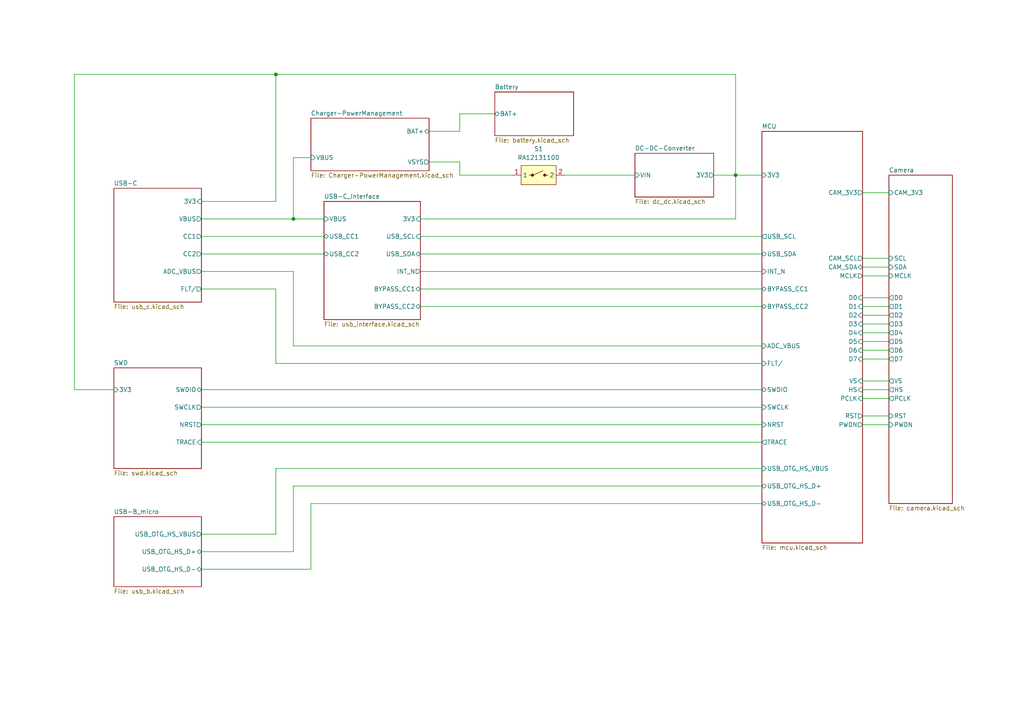
<source format=kicad_sch>
(kicad_sch
	(version 20231120)
	(generator "eeschema")
	(generator_version "8.0")
	(uuid "e8e834c4-1afb-42f7-b718-3cb720dae1d5")
	(paper "A4")
	(lib_symbols
		(symbol "schematic_symbols:RA12131100"
			(exclude_from_sim no)
			(in_bom yes)
			(on_board yes)
			(property "Reference" "S"
				(at 0 4.318 0)
				(effects
					(font
						(size 1.27 1.27)
					)
				)
			)
			(property "Value" "RA12131100"
				(at 0 -4.572 0)
				(effects
					(font
						(size 1.27 1.27)
					)
				)
			)
			(property "Footprint" "footprints:RA12131100"
				(at 0 0 0)
				(effects
					(font
						(size 1.27 1.27)
					)
					(hide yes)
				)
			)
			(property "Datasheet" ""
				(at 0 0 0)
				(effects
					(font
						(size 1.27 1.27)
					)
					(hide yes)
				)
			)
			(property "Description" "OFF-ON switch (10A, 125VAC)"
				(at 0 -7.366 0)
				(effects
					(font
						(size 1.27 1.27)
					)
					(hide yes)
				)
			)
			(symbol "RA12131100_0_0"
				(pin passive line
					(at -7.62 0 0)
					(length 2.54)
					(name "1"
						(effects
							(font
								(size 1.27 1.27)
							)
						)
					)
					(number "1"
						(effects
							(font
								(size 1.27 1.27)
							)
						)
					)
				)
				(pin passive line
					(at 7.62 0 180)
					(length 2.54)
					(name "2"
						(effects
							(font
								(size 1.27 1.27)
							)
						)
					)
					(number "2"
						(effects
							(font
								(size 1.27 1.27)
							)
						)
					)
				)
			)
			(symbol "RA12131100_1_1"
				(rectangle
					(start -5.08 2.794)
					(end 5.08 -2.794)
					(stroke
						(width 0)
						(type default)
					)
					(fill
						(type background)
					)
				)
				(circle
					(center -1.778 0)
					(radius 0.3592)
					(stroke
						(width 0)
						(type default)
					)
					(fill
						(type outline)
					)
				)
				(polyline
					(pts
						(xy -2.032 0) (xy -2.794 0)
					)
					(stroke
						(width 0)
						(type default)
					)
					(fill
						(type none)
					)
				)
				(polyline
					(pts
						(xy -1.524 0) (xy 1.27 1.27)
					)
					(stroke
						(width 0)
						(type default)
					)
					(fill
						(type none)
					)
				)
				(polyline
					(pts
						(xy 2.032 0) (xy 2.794 0)
					)
					(stroke
						(width 0)
						(type default)
					)
					(fill
						(type none)
					)
				)
				(circle
					(center 1.778 0)
					(radius 0.3592)
					(stroke
						(width 0)
						(type default)
					)
					(fill
						(type outline)
					)
				)
			)
		)
	)
	(junction
		(at 80.01 21.59)
		(diameter 0)
		(color 0 0 0 0)
		(uuid "0ddad891-1a53-49dc-b7f2-593c11954912")
	)
	(junction
		(at 85.09 63.5)
		(diameter 0)
		(color 0 0 0 0)
		(uuid "44920f5f-6e4b-42f8-8d30-40648c68548f")
	)
	(junction
		(at 213.36 50.8)
		(diameter 0)
		(color 0 0 0 0)
		(uuid "900c0c95-94bf-44e0-a69e-da77a2180ebe")
	)
	(wire
		(pts
			(xy 250.19 86.36) (xy 257.81 86.36)
		)
		(stroke
			(width 0)
			(type default)
		)
		(uuid "03beddaa-9bbb-4d78-9e2c-f3b6501326c7")
	)
	(wire
		(pts
			(xy 163.83 50.8) (xy 184.15 50.8)
		)
		(stroke
			(width 0)
			(type default)
		)
		(uuid "0bf5eaff-6f70-4132-aa3e-2a0b2ba149de")
	)
	(wire
		(pts
			(xy 213.36 21.59) (xy 213.36 50.8)
		)
		(stroke
			(width 0)
			(type default)
		)
		(uuid "0fbc311f-3a0b-4fbc-bd5a-226c6fc571d1")
	)
	(wire
		(pts
			(xy 250.19 93.98) (xy 257.81 93.98)
		)
		(stroke
			(width 0)
			(type default)
		)
		(uuid "10fdf9db-3b46-48b8-bd4f-cc079f19374d")
	)
	(wire
		(pts
			(xy 121.92 73.66) (xy 220.98 73.66)
		)
		(stroke
			(width 0)
			(type default)
		)
		(uuid "16789730-6e19-4938-8887-1b115fd727d4")
	)
	(wire
		(pts
			(xy 58.42 128.27) (xy 220.98 128.27)
		)
		(stroke
			(width 0)
			(type default)
		)
		(uuid "18cb2298-6e1c-4249-8d22-8807772b1635")
	)
	(wire
		(pts
			(xy 85.09 100.33) (xy 85.09 78.74)
		)
		(stroke
			(width 0)
			(type default)
		)
		(uuid "1db51d0e-141d-49a7-82b5-64b357e2df48")
	)
	(wire
		(pts
			(xy 58.42 63.5) (xy 85.09 63.5)
		)
		(stroke
			(width 0)
			(type default)
		)
		(uuid "1e0285ba-9c35-42fc-96a3-ccabc6e5a0eb")
	)
	(wire
		(pts
			(xy 121.92 63.5) (xy 213.36 63.5)
		)
		(stroke
			(width 0)
			(type default)
		)
		(uuid "309f823a-b5d6-4241-862b-c9567ebf8655")
	)
	(wire
		(pts
			(xy 85.09 63.5) (xy 93.98 63.5)
		)
		(stroke
			(width 0)
			(type default)
		)
		(uuid "30a735f1-d3b1-487c-bc0d-5a83d24d6810")
	)
	(wire
		(pts
			(xy 80.01 105.41) (xy 80.01 83.82)
		)
		(stroke
			(width 0)
			(type default)
		)
		(uuid "32e322a9-8936-43f5-8422-7b9f652865e5")
	)
	(wire
		(pts
			(xy 58.42 73.66) (xy 93.98 73.66)
		)
		(stroke
			(width 0)
			(type default)
		)
		(uuid "33da7b84-4d82-466d-aca1-44c8627537b9")
	)
	(wire
		(pts
			(xy 80.01 154.94) (xy 80.01 135.89)
		)
		(stroke
			(width 0)
			(type default)
		)
		(uuid "33ff301d-73d8-4bfb-9757-17bfece0d6c7")
	)
	(wire
		(pts
			(xy 80.01 135.89) (xy 220.98 135.89)
		)
		(stroke
			(width 0)
			(type default)
		)
		(uuid "36d81fb0-e369-494f-97d8-81f5afbd9def")
	)
	(wire
		(pts
			(xy 250.19 104.14) (xy 257.81 104.14)
		)
		(stroke
			(width 0)
			(type default)
		)
		(uuid "3883ec90-2e3c-40e2-af98-eb5698e63841")
	)
	(wire
		(pts
			(xy 21.59 113.03) (xy 33.02 113.03)
		)
		(stroke
			(width 0)
			(type default)
		)
		(uuid "395b2a83-a9fd-4e29-bc39-ff7fb72c4221")
	)
	(wire
		(pts
			(xy 250.19 120.65) (xy 257.81 120.65)
		)
		(stroke
			(width 0)
			(type default)
		)
		(uuid "3d8c91e6-c2aa-49ce-aa99-7b4e9377ebd9")
	)
	(wire
		(pts
			(xy 250.19 74.93) (xy 257.81 74.93)
		)
		(stroke
			(width 0)
			(type default)
		)
		(uuid "40a39791-a090-4dff-95be-a45ce085ad0a")
	)
	(wire
		(pts
			(xy 250.19 96.52) (xy 257.81 96.52)
		)
		(stroke
			(width 0)
			(type default)
		)
		(uuid "4f99e2a4-8b28-4e9a-83a7-fcfadc0af15d")
	)
	(wire
		(pts
			(xy 58.42 165.1) (xy 90.17 165.1)
		)
		(stroke
			(width 0)
			(type default)
		)
		(uuid "4fb163d1-a21c-457a-b32e-e78d4d8a6753")
	)
	(wire
		(pts
			(xy 133.35 50.8) (xy 148.59 50.8)
		)
		(stroke
			(width 0)
			(type default)
		)
		(uuid "5870ce98-f841-4d1e-90fc-b4a68e16c604")
	)
	(wire
		(pts
			(xy 250.19 55.88) (xy 257.81 55.88)
		)
		(stroke
			(width 0)
			(type default)
		)
		(uuid "6262df51-691e-4021-8f71-1626a63a0ef2")
	)
	(wire
		(pts
			(xy 21.59 21.59) (xy 21.59 113.03)
		)
		(stroke
			(width 0)
			(type default)
		)
		(uuid "62c28330-e613-4d00-8ad6-39850ac0c88b")
	)
	(wire
		(pts
			(xy 250.19 123.19) (xy 257.81 123.19)
		)
		(stroke
			(width 0)
			(type default)
		)
		(uuid "6598b722-1548-423a-902d-2df2a4115d15")
	)
	(wire
		(pts
			(xy 250.19 115.57) (xy 257.81 115.57)
		)
		(stroke
			(width 0)
			(type default)
		)
		(uuid "67297c8b-c6e8-409c-b63a-01ac4cef4736")
	)
	(wire
		(pts
			(xy 85.09 160.02) (xy 85.09 140.97)
		)
		(stroke
			(width 0)
			(type default)
		)
		(uuid "7000ea57-a6f6-4041-a7a0-6512f92fede0")
	)
	(wire
		(pts
			(xy 58.42 154.94) (xy 80.01 154.94)
		)
		(stroke
			(width 0)
			(type default)
		)
		(uuid "79dbf63f-5f32-4ea0-92c7-e0331e368609")
	)
	(wire
		(pts
			(xy 80.01 21.59) (xy 80.01 58.42)
		)
		(stroke
			(width 0)
			(type default)
		)
		(uuid "7c622650-915d-4427-80f0-100ec603fe23")
	)
	(wire
		(pts
			(xy 250.19 88.9) (xy 257.81 88.9)
		)
		(stroke
			(width 0)
			(type default)
		)
		(uuid "81029ec4-6dfa-49c0-9d82-0ab33f6515a6")
	)
	(wire
		(pts
			(xy 85.09 140.97) (xy 220.98 140.97)
		)
		(stroke
			(width 0)
			(type default)
		)
		(uuid "91218cbc-8b10-43af-8c2b-5a5266413635")
	)
	(wire
		(pts
			(xy 124.46 46.99) (xy 133.35 46.99)
		)
		(stroke
			(width 0)
			(type default)
		)
		(uuid "925ba4c9-0a3e-4c82-86c0-7ef18c13b850")
	)
	(wire
		(pts
			(xy 133.35 46.99) (xy 133.35 50.8)
		)
		(stroke
			(width 0)
			(type default)
		)
		(uuid "955f7b88-ca43-45b2-bdf0-24e3b0bd218a")
	)
	(wire
		(pts
			(xy 90.17 146.05) (xy 220.98 146.05)
		)
		(stroke
			(width 0)
			(type default)
		)
		(uuid "956d5008-fdde-4679-b85c-cd100c05caa5")
	)
	(wire
		(pts
			(xy 58.42 118.11) (xy 220.98 118.11)
		)
		(stroke
			(width 0)
			(type default)
		)
		(uuid "9d6ee927-f680-448b-b2cf-b8c2cde9fb50")
	)
	(wire
		(pts
			(xy 213.36 50.8) (xy 213.36 63.5)
		)
		(stroke
			(width 0)
			(type default)
		)
		(uuid "9f50e6f5-1a82-4a7b-9a2d-7aa430c62bad")
	)
	(wire
		(pts
			(xy 121.92 88.9) (xy 220.98 88.9)
		)
		(stroke
			(width 0)
			(type default)
		)
		(uuid "a74626a3-8614-4010-8606-06692eaaaefc")
	)
	(wire
		(pts
			(xy 121.92 83.82) (xy 220.98 83.82)
		)
		(stroke
			(width 0)
			(type default)
		)
		(uuid "a89ce5e1-d31a-4427-abd2-0b2f9824627a")
	)
	(wire
		(pts
			(xy 21.59 21.59) (xy 80.01 21.59)
		)
		(stroke
			(width 0)
			(type default)
		)
		(uuid "a9a1bc30-aa19-426d-b144-45ae66b3f1eb")
	)
	(wire
		(pts
			(xy 85.09 45.72) (xy 85.09 63.5)
		)
		(stroke
			(width 0)
			(type default)
		)
		(uuid "aafe59b3-534b-4a92-a354-140086a83f6b")
	)
	(wire
		(pts
			(xy 58.42 160.02) (xy 85.09 160.02)
		)
		(stroke
			(width 0)
			(type default)
		)
		(uuid "ab02cf3c-a279-4ddb-a5fd-a94a98b116da")
	)
	(wire
		(pts
			(xy 90.17 165.1) (xy 90.17 146.05)
		)
		(stroke
			(width 0)
			(type default)
		)
		(uuid "ac94aba2-277d-49eb-ae8d-535b0b1bee0f")
	)
	(wire
		(pts
			(xy 250.19 101.6) (xy 257.81 101.6)
		)
		(stroke
			(width 0)
			(type default)
		)
		(uuid "ad656e50-e47a-40ea-8940-9660cad07835")
	)
	(wire
		(pts
			(xy 133.35 33.02) (xy 143.51 33.02)
		)
		(stroke
			(width 0)
			(type default)
		)
		(uuid "ae062842-4ba2-410b-b671-00bda09ddbe9")
	)
	(wire
		(pts
			(xy 58.42 58.42) (xy 80.01 58.42)
		)
		(stroke
			(width 0)
			(type default)
		)
		(uuid "b6bf7155-27f4-4171-80a1-a4b0a99e6f59")
	)
	(wire
		(pts
			(xy 220.98 105.41) (xy 80.01 105.41)
		)
		(stroke
			(width 0)
			(type default)
		)
		(uuid "b987ce5a-e492-41c2-bb83-4e50ad0a401a")
	)
	(wire
		(pts
			(xy 213.36 50.8) (xy 220.98 50.8)
		)
		(stroke
			(width 0)
			(type default)
		)
		(uuid "ba0dc8a2-1cb8-43d4-8c5d-411442696b2a")
	)
	(wire
		(pts
			(xy 250.19 110.49) (xy 257.81 110.49)
		)
		(stroke
			(width 0)
			(type default)
		)
		(uuid "c754d158-3fb7-4385-94f2-48e1b94493fc")
	)
	(wire
		(pts
			(xy 207.01 50.8) (xy 213.36 50.8)
		)
		(stroke
			(width 0)
			(type default)
		)
		(uuid "ca1be24d-6eb2-48fc-8801-7ee79515be21")
	)
	(wire
		(pts
			(xy 250.19 99.06) (xy 257.81 99.06)
		)
		(stroke
			(width 0)
			(type default)
		)
		(uuid "cba19414-621e-4c93-ad56-89db9762e342")
	)
	(wire
		(pts
			(xy 124.46 38.1) (xy 133.35 38.1)
		)
		(stroke
			(width 0)
			(type default)
		)
		(uuid "cc06ebf9-7272-420c-89df-773acbff1586")
	)
	(wire
		(pts
			(xy 58.42 123.19) (xy 220.98 123.19)
		)
		(stroke
			(width 0)
			(type default)
		)
		(uuid "cd4ecba8-3e70-42f6-92a3-a4e90315bd9d")
	)
	(wire
		(pts
			(xy 80.01 83.82) (xy 58.42 83.82)
		)
		(stroke
			(width 0)
			(type default)
		)
		(uuid "d1677f0e-99cb-4eca-b728-5395efd2294c")
	)
	(wire
		(pts
			(xy 250.19 91.44) (xy 257.81 91.44)
		)
		(stroke
			(width 0)
			(type default)
		)
		(uuid "d2a4e536-e9f7-4e8d-9121-de61db40a320")
	)
	(wire
		(pts
			(xy 250.19 77.47) (xy 257.81 77.47)
		)
		(stroke
			(width 0)
			(type default)
		)
		(uuid "d5edbb84-c22d-4c77-a52b-d0337b5465d4")
	)
	(wire
		(pts
			(xy 220.98 100.33) (xy 85.09 100.33)
		)
		(stroke
			(width 0)
			(type default)
		)
		(uuid "d9ff4bf0-2e75-4094-9e68-a3acf6cc0bed")
	)
	(wire
		(pts
			(xy 121.92 68.58) (xy 220.98 68.58)
		)
		(stroke
			(width 0)
			(type default)
		)
		(uuid "dc0d8ae6-cc23-4792-a5db-bcef1f1142a4")
	)
	(wire
		(pts
			(xy 121.92 78.74) (xy 220.98 78.74)
		)
		(stroke
			(width 0)
			(type default)
		)
		(uuid "de264658-37af-470a-bf24-c1d15b0cd509")
	)
	(wire
		(pts
			(xy 80.01 21.59) (xy 213.36 21.59)
		)
		(stroke
			(width 0)
			(type default)
		)
		(uuid "df0e80b1-b43e-48be-8d9c-893d6f8274a1")
	)
	(wire
		(pts
			(xy 250.19 113.03) (xy 257.81 113.03)
		)
		(stroke
			(width 0)
			(type default)
		)
		(uuid "df2a0f00-c499-4d16-a050-b7f9d9505d40")
	)
	(wire
		(pts
			(xy 133.35 38.1) (xy 133.35 33.02)
		)
		(stroke
			(width 0)
			(type default)
		)
		(uuid "e16c967d-df47-4c63-8e58-ca42bdab1dfa")
	)
	(wire
		(pts
			(xy 250.19 80.01) (xy 257.81 80.01)
		)
		(stroke
			(width 0)
			(type default)
		)
		(uuid "e7667fd2-a200-4ba9-9c7d-880cc171d122")
	)
	(wire
		(pts
			(xy 85.09 78.74) (xy 58.42 78.74)
		)
		(stroke
			(width 0)
			(type default)
		)
		(uuid "ec841ba5-b459-495c-afe1-6f3ece5bc4bf")
	)
	(wire
		(pts
			(xy 85.09 45.72) (xy 90.17 45.72)
		)
		(stroke
			(width 0)
			(type default)
		)
		(uuid "f5f019ba-3b08-4f0d-bb65-c4d45ad559a6")
	)
	(wire
		(pts
			(xy 58.42 113.03) (xy 220.98 113.03)
		)
		(stroke
			(width 0)
			(type default)
		)
		(uuid "f6ff25d8-b4b5-4060-b677-ec9dbb2d85cd")
	)
	(wire
		(pts
			(xy 58.42 68.58) (xy 93.98 68.58)
		)
		(stroke
			(width 0)
			(type default)
		)
		(uuid "fa4f6ea7-86b2-42ed-9f77-aac32ab000e5")
	)
	(symbol
		(lib_id "schematic_symbols:RA12131100")
		(at 156.21 50.8 0)
		(unit 1)
		(exclude_from_sim no)
		(in_bom yes)
		(on_board yes)
		(dnp no)
		(fields_autoplaced yes)
		(uuid "afc9cf04-34cb-4a60-bde9-a07788bd4719")
		(property "Reference" "S1"
			(at 156.21 43.18 0)
			(effects
				(font
					(size 1.27 1.27)
				)
			)
		)
		(property "Value" "RA12131100"
			(at 156.21 45.72 0)
			(effects
				(font
					(size 1.27 1.27)
				)
			)
		)
		(property "Footprint" "footprints:RA12131100"
			(at 156.21 50.8 0)
			(effects
				(font
					(size 1.27 1.27)
				)
				(hide yes)
			)
		)
		(property "Datasheet" ""
			(at 156.21 50.8 0)
			(effects
				(font
					(size 1.27 1.27)
				)
				(hide yes)
			)
		)
		(property "Description" "OFF-ON switch (10A, 125VAC)"
			(at 156.21 58.166 0)
			(effects
				(font
					(size 1.27 1.27)
				)
				(hide yes)
			)
		)
		(pin "1"
			(uuid "8787f93e-6d00-4f65-b7ab-f05a0158f866")
		)
		(pin "2"
			(uuid "b25d87d2-f873-44e3-ac8c-0f13d74f3701")
		)
		(instances
			(project ""
				(path "/e8e834c4-1afb-42f7-b718-3cb720dae1d5"
					(reference "S1")
					(unit 1)
				)
			)
		)
	)
	(sheet
		(at 33.02 54.61)
		(size 25.4 33.02)
		(fields_autoplaced yes)
		(stroke
			(width 0.1524)
			(type solid)
		)
		(fill
			(color 0 0 0 0.0000)
		)
		(uuid "540adf6e-5b6f-4df1-af18-d763618ddc56")
		(property "Sheetname" "USB-C"
			(at 33.02 53.8984 0)
			(effects
				(font
					(size 1.27 1.27)
				)
				(justify left bottom)
			)
		)
		(property "Sheetfile" "usb_c.kicad_sch"
			(at 33.02 88.2146 0)
			(effects
				(font
					(size 1.27 1.27)
				)
				(justify left top)
			)
		)
		(pin "FLT{slash}" output
			(at 58.42 83.82 0)
			(effects
				(font
					(size 1.27 1.27)
				)
				(justify right)
			)
			(uuid "f7afbd24-c0e1-408e-8aa1-473564507d24")
		)
		(pin "3V3" input
			(at 58.42 58.42 0)
			(effects
				(font
					(size 1.27 1.27)
				)
				(justify right)
			)
			(uuid "0148b5f6-3d21-4325-b293-46d9cea8bfda")
		)
		(pin "CC2" output
			(at 58.42 73.66 0)
			(effects
				(font
					(size 1.27 1.27)
				)
				(justify right)
			)
			(uuid "6b7eab82-9691-459c-96cc-79e8a8835a28")
		)
		(pin "CC1" output
			(at 58.42 68.58 0)
			(effects
				(font
					(size 1.27 1.27)
				)
				(justify right)
			)
			(uuid "abdd185e-d539-4cda-84e5-3a36985cbf93")
		)
		(pin "ADC_VBUS" output
			(at 58.42 78.74 0)
			(effects
				(font
					(size 1.27 1.27)
				)
				(justify right)
			)
			(uuid "840d8409-510d-4de9-91bd-ee274110220e")
		)
		(pin "VBUS" output
			(at 58.42 63.5 0)
			(effects
				(font
					(size 1.27 1.27)
				)
				(justify right)
			)
			(uuid "e3207a6c-b2eb-47a8-b144-b26653edcf58")
		)
		(instances
			(project "obvod"
				(path "/e8e834c4-1afb-42f7-b718-3cb720dae1d5"
					(page "9")
				)
			)
		)
	)
	(sheet
		(at 220.98 38.1)
		(size 29.21 119.38)
		(fields_autoplaced yes)
		(stroke
			(width 0.1524)
			(type solid)
		)
		(fill
			(color 0 0 0 0.0000)
		)
		(uuid "67c85143-d51e-4a89-ab5a-3edcba0d09a9")
		(property "Sheetname" "MCU"
			(at 220.98 37.3884 0)
			(effects
				(font
					(size 1.27 1.27)
				)
				(justify left bottom)
			)
		)
		(property "Sheetfile" "mcu.kicad_sch"
			(at 220.98 158.0646 0)
			(effects
				(font
					(size 1.27 1.27)
				)
				(justify left top)
			)
		)
		(pin "3V3" input
			(at 220.98 50.8 180)
			(effects
				(font
					(size 1.27 1.27)
				)
				(justify left)
			)
			(uuid "35fb7fe8-793a-4bb8-9d1f-7e3ce3c1167b")
		)
		(pin "NRST" input
			(at 220.98 123.19 180)
			(effects
				(font
					(size 1.27 1.27)
				)
				(justify left)
			)
			(uuid "594df765-4fc2-4bd1-8c72-4e2f31fc747e")
		)
		(pin "SWCLK" input
			(at 220.98 118.11 180)
			(effects
				(font
					(size 1.27 1.27)
				)
				(justify left)
			)
			(uuid "ebd3a8bc-7e03-473f-b247-4794efa77516")
		)
		(pin "SWDIO" bidirectional
			(at 220.98 113.03 180)
			(effects
				(font
					(size 1.27 1.27)
				)
				(justify left)
			)
			(uuid "6f3e8de5-af59-42d4-ae55-8685c2bf67c0")
		)
		(pin "TRACE" output
			(at 220.98 128.27 180)
			(effects
				(font
					(size 1.27 1.27)
				)
				(justify left)
			)
			(uuid "3a1bf74d-3f48-4203-a53d-1f42642fee35")
		)
		(pin "CAM_3V3" output
			(at 250.19 55.88 0)
			(effects
				(font
					(size 1.27 1.27)
				)
				(justify right)
			)
			(uuid "4c3261ba-4e79-495b-8b7c-c12520d9472d")
		)
		(pin "ADC_VBUS" input
			(at 220.98 100.33 180)
			(effects
				(font
					(size 1.27 1.27)
				)
				(justify left)
			)
			(uuid "1fd216f0-4529-46e4-b18b-df545f410c18")
		)
		(pin "FLT{slash}" input
			(at 220.98 105.41 180)
			(effects
				(font
					(size 1.27 1.27)
				)
				(justify left)
			)
			(uuid "32b98f7b-8cf9-403d-9d86-a0cc7c784bf0")
		)
		(pin "PCLK" input
			(at 250.19 115.57 0)
			(effects
				(font
					(size 1.27 1.27)
				)
				(justify right)
			)
			(uuid "06005126-e437-43de-b4d1-03752f37371f")
		)
		(pin "HS" input
			(at 250.19 113.03 0)
			(effects
				(font
					(size 1.27 1.27)
				)
				(justify right)
			)
			(uuid "f8f319e5-fbc2-4f03-97dc-8d3a16b898bb")
		)
		(pin "MCLK" output
			(at 250.19 80.01 0)
			(effects
				(font
					(size 1.27 1.27)
				)
				(justify right)
			)
			(uuid "f8cd22cb-277e-485e-9182-5ec65ef232a2")
		)
		(pin "D1" input
			(at 250.19 88.9 0)
			(effects
				(font
					(size 1.27 1.27)
				)
				(justify right)
			)
			(uuid "1ba9aea4-6a62-4f05-ab33-b784fd711790")
		)
		(pin "D7" input
			(at 250.19 104.14 0)
			(effects
				(font
					(size 1.27 1.27)
				)
				(justify right)
			)
			(uuid "69f74cbd-e06a-43da-b33c-6b54a62fb871")
		)
		(pin "D4" input
			(at 250.19 96.52 0)
			(effects
				(font
					(size 1.27 1.27)
				)
				(justify right)
			)
			(uuid "83bae7fd-ba23-4899-b45b-56ce9b04dfb8")
		)
		(pin "D6" input
			(at 250.19 101.6 0)
			(effects
				(font
					(size 1.27 1.27)
				)
				(justify right)
			)
			(uuid "d1815e6e-72db-4068-a3fe-54e9cdd01c0a")
		)
		(pin "D3" input
			(at 250.19 93.98 0)
			(effects
				(font
					(size 1.27 1.27)
				)
				(justify right)
			)
			(uuid "9a4fc4f0-155c-4644-91e8-f05791973eac")
		)
		(pin "D2" input
			(at 250.19 91.44 0)
			(effects
				(font
					(size 1.27 1.27)
				)
				(justify right)
			)
			(uuid "1532b7a8-cd73-4c8b-97e7-f12725fc3700")
		)
		(pin "D5" input
			(at 250.19 99.06 0)
			(effects
				(font
					(size 1.27 1.27)
				)
				(justify right)
			)
			(uuid "fa4071f9-68ca-436b-bce6-0fcda4614ca5")
		)
		(pin "PWDN" output
			(at 250.19 123.19 0)
			(effects
				(font
					(size 1.27 1.27)
				)
				(justify right)
			)
			(uuid "734d1851-9684-4f9b-bf71-be74ea7ccb22")
		)
		(pin "RST" output
			(at 250.19 120.65 0)
			(effects
				(font
					(size 1.27 1.27)
				)
				(justify right)
			)
			(uuid "713436ba-d1bb-40b0-bc8f-a3ae6a39ab8a")
		)
		(pin "D0" input
			(at 250.19 86.36 0)
			(effects
				(font
					(size 1.27 1.27)
				)
				(justify right)
			)
			(uuid "7a2ae8a6-a8f8-4038-92d7-52d8232d231e")
		)
		(pin "VS" input
			(at 250.19 110.49 0)
			(effects
				(font
					(size 1.27 1.27)
				)
				(justify right)
			)
			(uuid "a5b197d4-0588-4c46-86e6-5364936ede27")
		)
		(pin "USB_SCL" output
			(at 220.98 68.58 180)
			(effects
				(font
					(size 1.27 1.27)
				)
				(justify left)
			)
			(uuid "f88b7b50-d426-4d78-af85-9b0adeac51e3")
		)
		(pin "USB_SDA" bidirectional
			(at 220.98 73.66 180)
			(effects
				(font
					(size 1.27 1.27)
				)
				(justify left)
			)
			(uuid "f26e111e-5382-4c78-81c5-06919a8b4951")
		)
		(pin "CAM_SDA" bidirectional
			(at 250.19 77.47 0)
			(effects
				(font
					(size 1.27 1.27)
				)
				(justify right)
			)
			(uuid "11a28c34-c8a5-4625-89cb-773823b6d7b2")
		)
		(pin "CAM_SCL" output
			(at 250.19 74.93 0)
			(effects
				(font
					(size 1.27 1.27)
				)
				(justify right)
			)
			(uuid "a5c4b472-7574-4e6d-a219-a6ee7cd9fa95")
		)
		(pin "INT_N" input
			(at 220.98 78.74 180)
			(effects
				(font
					(size 1.27 1.27)
				)
				(justify left)
			)
			(uuid "709ff807-0113-46c5-95d0-ca84c8ab747f")
		)
		(pin "BYPASS_CC2" bidirectional
			(at 220.98 88.9 180)
			(effects
				(font
					(size 1.27 1.27)
				)
				(justify left)
			)
			(uuid "d0cf74df-dfec-4ef9-84de-b2929f30ff87")
		)
		(pin "BYPASS_CC1" bidirectional
			(at 220.98 83.82 180)
			(effects
				(font
					(size 1.27 1.27)
				)
				(justify left)
			)
			(uuid "61caebd8-7089-495f-a850-4ba9d83c9d39")
		)
		(pin "USB_OTG_HS_VBUS" input
			(at 220.98 135.89 180)
			(effects
				(font
					(size 1.27 1.27)
				)
				(justify left)
			)
			(uuid "d069ff94-6f6b-4956-94dc-1a3b459543b0")
		)
		(pin "USB_OTG_HS_D-" bidirectional
			(at 220.98 146.05 180)
			(effects
				(font
					(size 1.27 1.27)
				)
				(justify left)
			)
			(uuid "6862d9c5-c4f0-4e57-9df0-4ab6852dedb2")
		)
		(pin "USB_OTG_HS_D+" bidirectional
			(at 220.98 140.97 180)
			(effects
				(font
					(size 1.27 1.27)
				)
				(justify left)
			)
			(uuid "b90ab7bd-6cd6-4a76-bccd-ab097d8af8fd")
		)
		(instances
			(project "obvod"
				(path "/e8e834c4-1afb-42f7-b718-3cb720dae1d5"
					(page "6")
				)
			)
		)
	)
	(sheet
		(at 257.81 50.8)
		(size 18.415 95.25)
		(fields_autoplaced yes)
		(stroke
			(width 0.1524)
			(type solid)
		)
		(fill
			(color 0 0 0 0.0000)
		)
		(uuid "a0c7114d-8344-4dfb-8086-bd9d063d8594")
		(property "Sheetname" "Camera"
			(at 257.81 50.0884 0)
			(effects
				(font
					(size 1.27 1.27)
				)
				(justify left bottom)
			)
		)
		(property "Sheetfile" "camera.kicad_sch"
			(at 257.81 146.6346 0)
			(effects
				(font
					(size 1.27 1.27)
				)
				(justify left top)
			)
		)
		(pin "D4" output
			(at 257.81 96.52 180)
			(effects
				(font
					(size 1.27 1.27)
				)
				(justify left)
			)
			(uuid "a1595ff3-e575-41ef-b418-09c9068a65ea")
		)
		(pin "D0" output
			(at 257.81 86.36 180)
			(effects
				(font
					(size 1.27 1.27)
				)
				(justify left)
			)
			(uuid "8365d755-251a-4b24-b38e-f7dc3d1dd607")
		)
		(pin "D2" output
			(at 257.81 91.44 180)
			(effects
				(font
					(size 1.27 1.27)
				)
				(justify left)
			)
			(uuid "8247c2b1-0a2e-4cf8-876b-adfca9695360")
		)
		(pin "D6" output
			(at 257.81 101.6 180)
			(effects
				(font
					(size 1.27 1.27)
				)
				(justify left)
			)
			(uuid "18629aea-42c6-4221-95b6-c260087afae6")
		)
		(pin "PWDN" input
			(at 257.81 123.19 180)
			(effects
				(font
					(size 1.27 1.27)
				)
				(justify left)
			)
			(uuid "d3a605a7-03d6-49ae-8e55-f24b03485fc8")
		)
		(pin "VS" output
			(at 257.81 110.49 180)
			(effects
				(font
					(size 1.27 1.27)
				)
				(justify left)
			)
			(uuid "00a37edc-c2bc-4a7f-99dd-057388e2d64e")
		)
		(pin "CAM_3V3" input
			(at 257.81 55.88 180)
			(effects
				(font
					(size 1.27 1.27)
				)
				(justify left)
			)
			(uuid "f6972178-fced-4c1d-9d19-21877834c959")
		)
		(pin "D7" output
			(at 257.81 104.14 180)
			(effects
				(font
					(size 1.27 1.27)
				)
				(justify left)
			)
			(uuid "b163b15f-ec32-49f9-ab69-c0709a882457")
		)
		(pin "SCL" input
			(at 257.81 74.93 180)
			(effects
				(font
					(size 1.27 1.27)
				)
				(justify left)
			)
			(uuid "40665abc-dd06-4311-94bf-c434af22f5d4")
		)
		(pin "PCLK" output
			(at 257.81 115.57 180)
			(effects
				(font
					(size 1.27 1.27)
				)
				(justify left)
			)
			(uuid "06393e9b-01e7-4f4b-b986-df57ae85a9c4")
		)
		(pin "D3" output
			(at 257.81 93.98 180)
			(effects
				(font
					(size 1.27 1.27)
				)
				(justify left)
			)
			(uuid "efd9e76d-fb5d-4646-a0b1-0017493413c4")
		)
		(pin "D1" output
			(at 257.81 88.9 180)
			(effects
				(font
					(size 1.27 1.27)
				)
				(justify left)
			)
			(uuid "52b05593-5f46-4695-bf78-5f65fa2e91ac")
		)
		(pin "RST" input
			(at 257.81 120.65 180)
			(effects
				(font
					(size 1.27 1.27)
				)
				(justify left)
			)
			(uuid "f52b4087-2f5a-4d74-86d4-951bd45fccd0")
		)
		(pin "D5" output
			(at 257.81 99.06 180)
			(effects
				(font
					(size 1.27 1.27)
				)
				(justify left)
			)
			(uuid "9fb19bfd-b574-4b75-be68-d0e56511c979")
		)
		(pin "SDA" input
			(at 257.81 77.47 180)
			(effects
				(font
					(size 1.27 1.27)
				)
				(justify left)
			)
			(uuid "0b953566-2378-41cb-9bf0-0ac17d754f2d")
		)
		(pin "MCLK" input
			(at 257.81 80.01 180)
			(effects
				(font
					(size 1.27 1.27)
				)
				(justify left)
			)
			(uuid "3072b421-20a1-45b3-9605-af6cc64c834f")
		)
		(pin "HS" output
			(at 257.81 113.03 180)
			(effects
				(font
					(size 1.27 1.27)
				)
				(justify left)
			)
			(uuid "0b563266-e304-47ff-a55c-cf74b589ab12")
		)
		(instances
			(project "obvod"
				(path "/e8e834c4-1afb-42f7-b718-3cb720dae1d5"
					(page "7")
				)
			)
		)
	)
	(sheet
		(at 184.15 44.45)
		(size 22.86 12.7)
		(fields_autoplaced yes)
		(stroke
			(width 0.1524)
			(type solid)
		)
		(fill
			(color 0 0 0 0.0000)
		)
		(uuid "c10e3bb1-4b24-45b1-b428-aefa65422361")
		(property "Sheetname" "DC-DC-Converter"
			(at 184.15 43.7384 0)
			(effects
				(font
					(size 1.27 1.27)
				)
				(justify left bottom)
			)
		)
		(property "Sheetfile" "dc_dc.kicad_sch"
			(at 184.15 57.7346 0)
			(effects
				(font
					(size 1.27 1.27)
				)
				(justify left top)
			)
		)
		(pin "3V3" output
			(at 207.01 50.8 0)
			(effects
				(font
					(size 1.27 1.27)
				)
				(justify right)
			)
			(uuid "0664bdeb-6571-4b8e-a2e3-81476ce40c07")
		)
		(pin "VIN" input
			(at 184.15 50.8 180)
			(effects
				(font
					(size 1.27 1.27)
				)
				(justify left)
			)
			(uuid "9c841311-b764-4316-b5c8-a11239fa7cbd")
		)
		(instances
			(project "obvod"
				(path "/e8e834c4-1afb-42f7-b718-3cb720dae1d5"
					(page "5")
				)
			)
		)
	)
	(sheet
		(at 33.02 106.68)
		(size 25.4 29.21)
		(fields_autoplaced yes)
		(stroke
			(width 0.1524)
			(type solid)
		)
		(fill
			(color 0 0 0 0.0000)
		)
		(uuid "d3fe727f-e59c-4b25-a97d-baf79ecd8dec")
		(property "Sheetname" "SWD"
			(at 33.02 105.9684 0)
			(effects
				(font
					(size 1.27 1.27)
				)
				(justify left bottom)
			)
		)
		(property "Sheetfile" "swd.kicad_sch"
			(at 33.02 136.4746 0)
			(effects
				(font
					(size 1.27 1.27)
				)
				(justify left top)
			)
		)
		(pin "3V3" input
			(at 33.02 113.03 180)
			(effects
				(font
					(size 1.27 1.27)
				)
				(justify left)
			)
			(uuid "f5bb337b-114f-4871-80ef-eca223675c16")
		)
		(pin "TRACE" input
			(at 58.42 128.27 0)
			(effects
				(font
					(size 1.27 1.27)
				)
				(justify right)
			)
			(uuid "1db9ef44-849c-4c7a-b78b-d5ce624de82a")
		)
		(pin "NRST" output
			(at 58.42 123.19 0)
			(effects
				(font
					(size 1.27 1.27)
				)
				(justify right)
			)
			(uuid "b654d457-50b5-4cf8-9749-c3add2e148ad")
		)
		(pin "SWDIO" bidirectional
			(at 58.42 113.03 0)
			(effects
				(font
					(size 1.27 1.27)
				)
				(justify right)
			)
			(uuid "3f0078ce-b9b1-4180-bda6-aed51d560018")
		)
		(pin "SWCLK" output
			(at 58.42 118.11 0)
			(effects
				(font
					(size 1.27 1.27)
				)
				(justify right)
			)
			(uuid "5ebcd3ee-6b5c-4687-ae9d-c216c78b8cb9")
		)
		(instances
			(project "obvod"
				(path "/e8e834c4-1afb-42f7-b718-3cb720dae1d5"
					(page "6")
				)
			)
		)
	)
	(sheet
		(at 90.17 34.29)
		(size 34.29 15.24)
		(fields_autoplaced yes)
		(stroke
			(width 0.1524)
			(type solid)
		)
		(fill
			(color 0 0 0 0.0000)
		)
		(uuid "eca20acd-1ab9-4713-a6f3-0ad5760dd36d")
		(property "Sheetname" "Charger-PowerManagement"
			(at 90.17 33.5784 0)
			(effects
				(font
					(size 1.27 1.27)
				)
				(justify left bottom)
			)
		)
		(property "Sheetfile" "Charger-PowerManagement.kicad_sch"
			(at 90.17 50.1146 0)
			(effects
				(font
					(size 1.27 1.27)
				)
				(justify left top)
			)
		)
		(pin "VBUS" input
			(at 90.17 45.72 180)
			(effects
				(font
					(size 1.27 1.27)
				)
				(justify left)
			)
			(uuid "eda78ba5-312c-41ea-b4a8-2933b79b5675")
		)
		(pin "BAT+" bidirectional
			(at 124.46 38.1 0)
			(effects
				(font
					(size 1.27 1.27)
				)
				(justify right)
			)
			(uuid "147b542e-903e-49d5-8081-3af2b2e132c9")
		)
		(pin "VSYS" output
			(at 124.46 46.99 0)
			(effects
				(font
					(size 1.27 1.27)
				)
				(justify right)
			)
			(uuid "d9e44f1d-e5e1-49d0-947b-744a87d5c48a")
		)
		(instances
			(project "obvod"
				(path "/e8e834c4-1afb-42f7-b718-3cb720dae1d5"
					(page "3")
				)
			)
		)
	)
	(sheet
		(at 33.02 149.86)
		(size 25.4 20.32)
		(fields_autoplaced yes)
		(stroke
			(width 0.1524)
			(type solid)
		)
		(fill
			(color 0 0 0 0.0000)
		)
		(uuid "f28d5476-62ad-47ee-95fb-15cfd356e27c")
		(property "Sheetname" "USB-B_micro"
			(at 33.02 149.1484 0)
			(effects
				(font
					(size 1.27 1.27)
				)
				(justify left bottom)
			)
		)
		(property "Sheetfile" "usb_b.kicad_sch"
			(at 33.02 170.7646 0)
			(effects
				(font
					(size 1.27 1.27)
				)
				(justify left top)
			)
		)
		(pin "USB_OTG_HS_VBUS" output
			(at 58.42 154.94 0)
			(effects
				(font
					(size 1.27 1.27)
				)
				(justify right)
			)
			(uuid "3b1bd73f-6437-42d0-960c-f0f878935a1b")
		)
		(pin "USB_OTG_HS_D+" bidirectional
			(at 58.42 160.02 0)
			(effects
				(font
					(size 1.27 1.27)
				)
				(justify right)
			)
			(uuid "bd88e441-4092-4012-89cf-1f7d7b12990f")
		)
		(pin "USB_OTG_HS_D-" bidirectional
			(at 58.42 165.1 0)
			(effects
				(font
					(size 1.27 1.27)
				)
				(justify right)
			)
			(uuid "8999694d-6123-413b-ad1f-9fa8b579ea4b")
		)
		(instances
			(project "obvod"
				(path "/e8e834c4-1afb-42f7-b718-3cb720dae1d5"
					(page "10")
				)
			)
		)
	)
	(sheet
		(at 143.51 26.67)
		(size 22.86 12.7)
		(fields_autoplaced yes)
		(stroke
			(width 0.1524)
			(type solid)
		)
		(fill
			(color 0 0 0 0.0000)
		)
		(uuid "f61c7da5-11ee-4b50-a688-248a75ac3e8f")
		(property "Sheetname" "Battery"
			(at 143.51 25.9584 0)
			(effects
				(font
					(size 1.27 1.27)
				)
				(justify left bottom)
			)
		)
		(property "Sheetfile" "battery.kicad_sch"
			(at 143.51 39.9546 0)
			(effects
				(font
					(size 1.27 1.27)
				)
				(justify left top)
			)
		)
		(pin "BAT+" bidirectional
			(at 143.51 33.02 180)
			(effects
				(font
					(size 1.27 1.27)
				)
				(justify left)
			)
			(uuid "b6c1f8d2-c3e4-4d79-befe-ae3bd1bee7be")
		)
		(instances
			(project "obvod"
				(path "/e8e834c4-1afb-42f7-b718-3cb720dae1d5"
					(page "2")
				)
			)
		)
	)
	(sheet
		(at 93.98 58.42)
		(size 27.94 34.29)
		(fields_autoplaced yes)
		(stroke
			(width 0.1524)
			(type solid)
		)
		(fill
			(color 0 0 0 0.0000)
		)
		(uuid "fdd3d46b-c5ef-429c-ba04-a467d2c6100e")
		(property "Sheetname" "USB-C_Interface"
			(at 93.98 57.7084 0)
			(effects
				(font
					(size 1.27 1.27)
				)
				(justify left bottom)
			)
		)
		(property "Sheetfile" "usb_interface.kicad_sch"
			(at 93.98 93.2946 0)
			(effects
				(font
					(size 1.27 1.27)
				)
				(justify left top)
			)
		)
		(pin "USB_CC2" bidirectional
			(at 93.98 73.66 180)
			(effects
				(font
					(size 1.27 1.27)
				)
				(justify left)
			)
			(uuid "4cc8b364-02ce-4e27-af9d-56d608fc4d9a")
		)
		(pin "USB_CC1" bidirectional
			(at 93.98 68.58 180)
			(effects
				(font
					(size 1.27 1.27)
				)
				(justify left)
			)
			(uuid "fd9d2a7f-724e-491b-aa10-3b6f0bec324d")
		)
		(pin "VBUS" input
			(at 93.98 63.5 180)
			(effects
				(font
					(size 1.27 1.27)
				)
				(justify left)
			)
			(uuid "bc8bae9c-2f8b-40d8-a88c-cb5b2808a589")
		)
		(pin "3V3" input
			(at 121.92 63.5 0)
			(effects
				(font
					(size 1.27 1.27)
				)
				(justify right)
			)
			(uuid "cbfea7b6-9d76-4242-8152-93802d913717")
		)
		(pin "INT_N" output
			(at 121.92 78.74 0)
			(effects
				(font
					(size 1.27 1.27)
				)
				(justify right)
			)
			(uuid "762251af-1c66-472d-b144-0d9ba62d7e13")
		)
		(pin "USB_SCL" input
			(at 121.92 68.58 0)
			(effects
				(font
					(size 1.27 1.27)
				)
				(justify right)
			)
			(uuid "a82ab100-3552-4367-8ec8-965b3e1e97a9")
		)
		(pin "USB_SDA" bidirectional
			(at 121.92 73.66 0)
			(effects
				(font
					(size 1.27 1.27)
				)
				(justify right)
			)
			(uuid "594ba529-0589-40c6-bc65-87a5fcb59834")
		)
		(pin "BYPASS_CC2" bidirectional
			(at 121.92 88.9 0)
			(effects
				(font
					(size 1.27 1.27)
				)
				(justify right)
			)
			(uuid "cd4c773c-7717-4fd5-b801-e124b8a50a72")
		)
		(pin "BYPASS_CC1" bidirectional
			(at 121.92 83.82 0)
			(effects
				(font
					(size 1.27 1.27)
				)
				(justify right)
			)
			(uuid "8626f096-5fb3-4faf-9a2b-5afce8019f86")
		)
		(instances
			(project "obvod"
				(path "/e8e834c4-1afb-42f7-b718-3cb720dae1d5"
					(page "11")
				)
			)
		)
	)
	(sheet_instances
		(path "/"
			(page "1")
		)
	)
)

</source>
